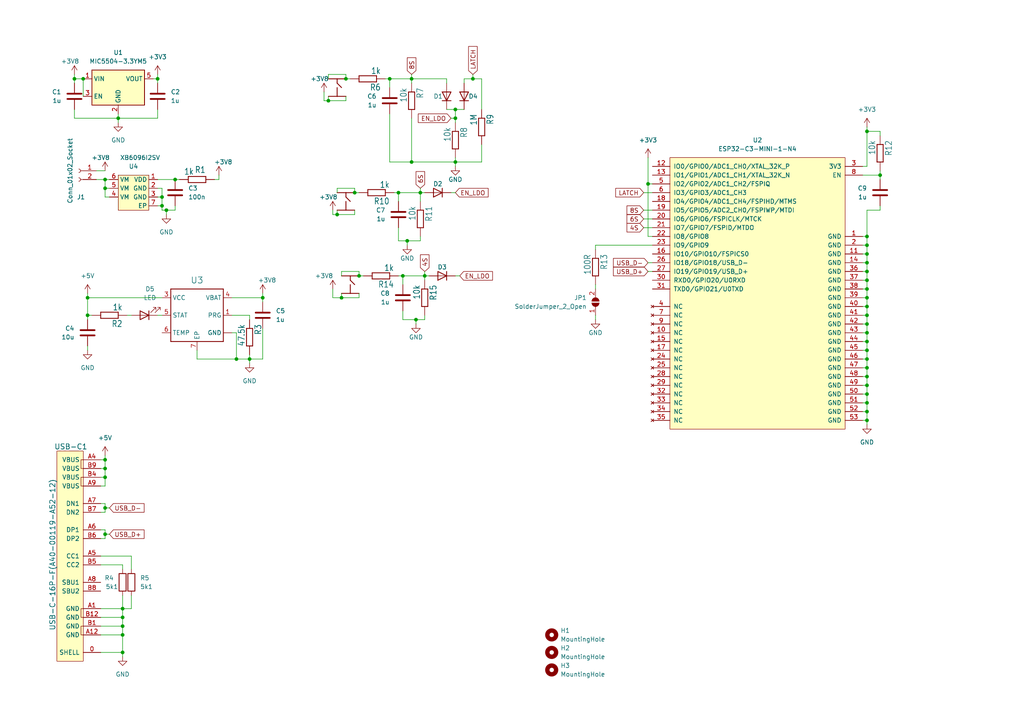
<source format=kicad_sch>
(kicad_sch (version 20230121) (generator eeschema)
  (paper "A4")
  (title_block (title "Rapid Remote") (date "2023-07-04") (rev "C") (company "Thomas Whyte-Venables") (comment 1 "Rev. C: Changed components to 0603 and added LIPO") (comment 2 "Rev. B: Changed to SOC") (comment 3 "Rev. A: Initial Commit"))
  (lib_symbols
    (symbol "+5V_2" (power) (pin_names (offset 0))
      (property "Value" "+5V_2" (at 0 3.556 0))
      (symbol "+5V_2_0_1"
        (polyline (pts (xy -0.762 1.27) (xy 0 2.54)))
        (polyline (pts (xy 0 0) (xy 0 2.54)))
        (polyline (pts (xy 0 2.54) (xy 0.762 1.27)))
      )
      (symbol "+5V_2_1_1"
        (pin power_in line (at 0 0 90) (length 0) hide (name "+5V") (number "1"))
      )
    )
    (symbol "BUTTON_4PIN_TS_1177_1"
      (symbol "BUTTON_4PIN_TS_1177_1_1_0"
        (polyline (pts (xy -2.54 0) (xy 0 0)) (stroke (width 0.254)))
        (polyline (pts (xy -2.54 5.08) (xy 0 5.08)) (stroke (width 0.254)))
        (polyline (pts (xy 0 0) (xy 2.54 0)) (stroke (width 0.254)))
        (polyline (pts (xy 0 2.54) (xy 0 0)) (stroke (width 0.254)))
        (polyline (pts (xy 0 3.81) (xy 1.27 2.54)) (stroke (width 0.254)))
        (polyline (pts (xy 0 5.08) (xy 0 3.81)) (stroke (width 0.254)))
        (polyline (pts (xy 0 5.08) (xy 2.54 5.08)) (stroke (width 0.254)))
        (pin bidirectional line (at -2.54 5.08 0) (length 0) (name "1") (number "P1"))
        (pin bidirectional line (at 2.54 5.08 0) (length 0) (name "2") (number "P2"))
        (pin bidirectional line (at -2.54 0 0) (length 0) (name "3") (number "P3"))
        (pin bidirectional line (at 2.54 0 0) (length 0) (name "4") (number "P4"))
      )
    )
    (symbol "BUTTON_4PIN_TS_1177_2"
      (symbol "BUTTON_4PIN_TS_1177_2_1_0"
        (polyline (pts (xy -2.54 0) (xy 0 0)) (stroke (width 0.254)))
        (polyline (pts (xy -2.54 5.08) (xy 0 5.08)) (stroke (width 0.254)))
        (polyline (pts (xy 0 0) (xy 2.54 0)) (stroke (width 0.254)))
        (polyline (pts (xy 0 2.54) (xy 0 0)) (stroke (width 0.254)))
        (polyline (pts (xy 0 3.81) (xy 1.27 2.54)) (stroke (width 0.254)))
        (polyline (pts (xy 0 5.08) (xy 0 3.81)) (stroke (width 0.254)))
        (polyline (pts (xy 0 5.08) (xy 2.54 5.08)) (stroke (width 0.254)))
        (pin bidirectional line (at -2.54 5.08 0) (length 0) (name "1") (number "P1"))
        (pin bidirectional line (at 2.54 5.08 0) (length 0) (name "2") (number "P2"))
        (pin bidirectional line (at -2.54 0 0) (length 0) (name "3") (number "P3"))
        (pin bidirectional line (at 2.54 0 0) (length 0) (name "4") (number "P4"))
      )
    )
    (symbol "Connector:Conn_01x02_Socket" (pin_names (offset 1.016) hide)
      (property "Reference" "J" (at 0 2.54 0))
      (property "Value" "Conn_01x02_Socket" (at 0 -5.08 0))
      (symbol "Conn_01x02_Socket_1_1"
        (arc (start 0 -2.032) (mid -0.5058 -2.54) (end 0 -3.048) (stroke (width 0.1524)))
        (polyline (pts (xy -1.27 -2.54) (xy -0.508 -2.54)) (stroke (width 0.1524)))
        (polyline (pts (xy -1.27 0) (xy -0.508 0)) (stroke (width 0.1524)))
        (arc (start 0 0.508) (mid -0.5058 0) (end 0 -0.508) (stroke (width 0.1524)))
        (pin passive line (at -5.08 0 0) (length 3.81) (name "Pin_1") (number "1"))
        (pin passive line (at -5.08 -2.54 0) (length 3.81) (name "Pin_2") (number "2"))
      )
    )
    (symbol "Device:C" (pin_numbers hide) (pin_names (offset 0.254))
      (property "Reference" "C" (at 0.635 2.54 0))
      (property "Value" "C" (at 0.635 -2.54 0))
      (symbol "C_0_1"
        (polyline (pts (xy -2.032 -0.762) (xy 2.032 -0.762)) (stroke (width 0.508)))
        (polyline (pts (xy -2.032 0.762) (xy 2.032 0.762)) (stroke (width 0.508)))
      )
      (symbol "C_1_1"
        (pin passive line (at 0 3.81 270) (length 2.794) (name "~") (number "1"))
        (pin passive line (at 0 -3.81 90) (length 2.794) (name "~") (number "2"))
      )
    )
    (symbol "Device:LED" (pin_numbers hide) (pin_names (offset 1.016) hide)
      (property "Reference" "D" (at 0 2.54 0))
      (property "Value" "LED" (at 0 -2.54 0))
      (symbol "LED_0_1"
        (polyline (pts (xy -1.27 -1.27) (xy -1.27 1.27)) (stroke (width 0.254)))
        (polyline (pts (xy -1.27 0) (xy 1.27 0)))
        (polyline (pts (xy 1.27 -1.27) (xy 1.27 1.27) (xy -1.27 0) (xy 1.27 -1.27)) (stroke (width 0.254)))
        (polyline (pts (xy -3.048 -0.762) (xy -4.572 -2.286) (xy -3.81 -2.286) (xy -4.572 -2.286) (xy -4.572 -1.524)))
        (polyline (pts (xy -1.778 -0.762) (xy -3.302 -2.286) (xy -2.54 -2.286) (xy -3.302 -2.286) (xy -3.302 -1.524)))
      )
      (symbol "LED_1_1"
        (pin passive line (at -3.81 0 0) (length 2.54) (name "K") (number "1"))
        (pin passive line (at 3.81 0 180) (length 2.54) (name "A") (number "2"))
      )
    )
    (symbol "Device:R" (pin_numbers hide) (pin_names (offset 0))
      (property "Reference" "R" (at 2.032 0 90))
      (property "Value" "R" (at 0 0 90))
      (symbol "R_0_1"
        (rectangle (start -1.016 -2.54) (end 1.016 2.54) (stroke (width 0.254)))
      )
      (symbol "R_1_1"
        (pin passive line (at 0 3.81 270) (length 1.27) (name "~") (number "1"))
        (pin passive line (at 0 -3.81 90) (length 1.27) (name "~") (number "2"))
      )
    )
    (symbol "Diode:1N4148WT" (pin_numbers hide) (pin_names hide)
      (property "Reference" "D" (at 0 2.54 0))
      (property "Value" "1N4148WT" (at 0 -2.54 0))
      (symbol "1N4148WT_0_1"
        (polyline (pts (xy -1.27 1.27) (xy -1.27 -1.27)) (stroke (width 0.254)))
        (polyline (pts (xy 1.27 0) (xy -1.27 0)))
        (polyline (pts (xy 1.27 1.27) (xy 1.27 -1.27) (xy -1.27 0) (xy 1.27 1.27)) (stroke (width 0.254)))
      )
      (symbol "1N4148WT_1_1"
        (pin passive line (at -3.81 0 0) (length 2.54) (name "K") (number "1"))
        (pin passive line (at 3.81 0 180) (length 2.54) (name "A") (number "2"))
      )
    )
    (symbol "GND_2" (power) (pin_names (offset 0))
      (property "Value" "GND_2" (at 0 -3.81 0))
      (symbol "GND_2_0_1"
        (polyline (pts (xy 0 0) (xy 0 -1.27) (xy 1.27 -1.27) (xy 0 -2.54) (xy -1.27 -1.27) (xy 0 -1.27)))
      )
      (symbol "GND_2_1_1"
        (pin power_in line (at 0 0 270) (length 0) hide (name "GND") (number "1"))
      )
    )
    (symbol "GND_3" (power) (pin_names (offset 0))
      (property "Value" "GND_3" (at 0 -3.81 0))
      (symbol "GND_3_0_1"
        (polyline (pts (xy 0 0) (xy 0 -1.27) (xy 1.27 -1.27) (xy 0 -2.54) (xy -1.27 -1.27) (xy 0 -1.27)))
      )
      (symbol "GND_3_1_1"
        (pin power_in line (at 0 0 270) (length 0) hide (name "GND") (number "1"))
      )
    )
    (symbol "Jumper:SolderJumper_2_Open" (pin_names (offset 0) hide)
      (property "Reference" "JP" (at 0 2.032 0))
      (property "Value" "SolderJumper_2_Open" (at 0 -2.54 0))
      (symbol "SolderJumper_2_Open_0_1"
        (arc (start -0.254 1.016) (mid -1.2656 0) (end -0.254 -1.016))
        (arc (start -0.254 1.016) (mid -1.2656 0) (end -0.254 -1.016) (fill (type outline)))
        (polyline (pts (xy -0.254 1.016) (xy -0.254 -1.016)))
        (polyline (pts (xy 0.254 1.016) (xy 0.254 -1.016)))
        (arc (start 0.254 -1.016) (mid 1.2656 0) (end 0.254 1.016))
        (arc (start 0.254 -1.016) (mid 1.2656 0) (end 0.254 1.016) (fill (type outline)))
      )
      (symbol "SolderJumper_2_Open_1_1"
        (pin passive line (at -3.81 0 0) (length 2.54) (name "A") (number "1"))
        (pin passive line (at 3.81 0 180) (length 2.54) (name "B") (number "2"))
      )
    )
    (symbol "Mechanical:MountingHole" (pin_names (offset 1.016))
      (property "Reference" "H" (at 0 5.08 0))
      (property "Value" "MountingHole" (at 0 3.175 0))
      (symbol "MountingHole_0_1"
        (circle (center 0 0) (radius 1.27) (stroke (width 1.27)))
      )
    )
    (symbol "Regulator_Linear:MIC5504-3.3YM5"
      (property "Reference" "U" (at -7.62 8.89 0))
      (property "Value" "MIC5504-3.3YM5" (at -7.62 6.35 0))
      (symbol "MIC5504-3.3YM5_0_1"
        (rectangle (start -7.62 -5.08) (end 7.62 5.08) (stroke (width 0.254)) (fill (type background)))
      )
      (symbol "MIC5504-3.3YM5_1_1"
        (pin power_in line (at -10.16 2.54 0) (length 2.54) (name "VIN") (number "1"))
        (pin power_in line (at 0 -7.62 90) (length 2.54) (name "GND") (number "2"))
        (pin input line (at -10.16 -2.54 0) (length 2.54) (name "EN") (number "3"))
        (pin no_connect line (at 7.62 -2.54 180) (length 2.54) hide (name "NC") (number "4"))
        (pin power_out line (at 10.16 2.54 180) (length 2.54) (name "VOUT") (number "5"))
      )
    )
    (symbol "personal2:BUTTON_4PIN_TS_1177"
      (symbol "BUTTON_4PIN_TS_1177_1_0"
        (polyline (pts (xy -2.54 0) (xy 0 0)) (stroke (width 0.254)))
        (polyline (pts (xy -2.54 5.08) (xy 0 5.08)) (stroke (width 0.254)))
        (polyline (pts (xy 0 0) (xy 2.54 0)) (stroke (width 0.254)))
        (polyline (pts (xy 0 2.54) (xy 0 0)) (stroke (width 0.254)))
        (polyline (pts (xy 0 3.81) (xy 1.27 2.54)) (stroke (width 0.254)))
        (polyline (pts (xy 0 5.08) (xy 0 3.81)) (stroke (width 0.254)))
        (polyline (pts (xy 0 5.08) (xy 2.54 5.08)) (stroke (width 0.254)))
        (pin bidirectional line (at -2.54 5.08 0) (length 0) (name "1") (number "P1"))
        (pin bidirectional line (at 2.54 5.08 0) (length 0) (name "2") (number "P2"))
        (pin bidirectional line (at -2.54 0 0) (length 0) (name "3") (number "P3"))
        (pin bidirectional line (at 2.54 0 0) (length 0) (name "4") (number "P4"))
      )
    )
    (symbol "personal2:ESP32-­C3-­MINI­-1" (pin_names (offset 1.016))
      (property "Reference" "U3" (at 25.4 2.54 0))
      (property "Value" "ESP32-C3-MINI-1-N4" (at 25.4 -81.28 0))
      (symbol "ESP32-­C3-­MINI­-1_0_1"
        (rectangle (start 0 0) (end 50.8 -78.74) (fill (type background)))
      )
      (symbol "ESP32-­C3-­MINI­-1_1_1"
        (pin power_in line (at 55.88 -22.86 180) (length 5.08) (name "GND") (number "1"))
        (pin no_connect line (at -5.08 -50.8 0) (length 5.08) (name "NC") (number "10"))
        (pin power_in line (at 55.88 -27.94 180) (length 5.08) (name "GND") (number "11"))
        (pin bidirectional line (at -5.08 -2.54 0) (length 5.08) (name "IO0/GPIO0/ADC1_CH0/XTAL_32K_P") (number "12"))
        (pin bidirectional line (at -5.08 -5.08 0) (length 5.08) (name "IO1/GPIO1/ADC1_CH1/XTAL_32K_N") (number "13"))
        (pin power_in line (at 55.88 -30.48 180) (length 5.08) (name "GND") (number "14"))
        (pin no_connect line (at -5.08 -53.34 0) (length 5.08) (name "NC") (number "15"))
        (pin bidirectional line (at -5.08 -27.94 0) (length 5.08) (name "IO10/GPIO10/FSPICS0") (number "16"))
        (pin no_connect line (at -5.08 -55.88 0) (length 5.08) (name "NC") (number "17"))
        (pin bidirectional line (at -5.08 -12.7 0) (length 5.08) (name "IO4/GPIO4/ADC1_CH4/FSPIHD/MTMS") (number "18"))
        (pin bidirectional line (at -5.08 -15.24 0) (length 5.08) (name "IO5/GPIO5/ADC2_CH0/FSPIWP/MTDI") (number "19"))
        (pin power_in line (at 55.88 -25.4 180) (length 5.08) (name "GND") (number "2"))
        (pin bidirectional line (at -5.08 -17.78 0) (length 5.08) (name "IO6/GPIO6/FSPICLK/MTCK") (number "20"))
        (pin bidirectional line (at -5.08 -20.32 0) (length 5.08) (name "IO7/GPIO7/FSPID/MTDO") (number "21"))
        (pin bidirectional line (at -5.08 -22.86 0) (length 5.08) (name "IO8/GPIO8") (number "22"))
        (pin bidirectional line (at -5.08 -25.4 0) (length 5.08) (name "IO9/GPIO9") (number "23"))
        (pin no_connect line (at -5.08 -58.42 0) (length 5.08) (name "NC") (number "24"))
        (pin no_connect line (at -5.08 -60.96 0) (length 5.08) (name "NC") (number "25"))
        (pin bidirectional line (at -5.08 -30.48 0) (length 5.08) (name "IO18/GPIO18/USB_D-") (number "26"))
        (pin bidirectional line (at -5.08 -33.02 0) (length 5.08) (name "IO19/GPIO19/USB_D+") (number "27"))
        (pin no_connect line (at -5.08 -63.5 0) (length 5.08) (name "NC") (number "28"))
        (pin no_connect line (at -5.08 -66.04 0) (length 5.08) (name "NC") (number "29"))
        (pin power_in line (at 55.88 -2.54 180) (length 5.08) (name "3V3") (number "3"))
        (pin bidirectional line (at -5.08 -35.56 0) (length 5.08) (name "RXD0/GPIO20/U0RXD") (number "30"))
        (pin bidirectional line (at -5.08 -38.1 0) (length 5.08) (name "TXD0/GPIO21/U0TXD") (number "31"))
        (pin no_connect line (at -5.08 -68.58 0) (length 5.08) (name "NC") (number "32"))
        (pin no_connect line (at -5.08 -71.12 0) (length 5.08) (name "NC") (number "33"))
        (pin no_connect line (at -5.08 -73.66 0) (length 5.08) (name "NC") (number "34"))
        (pin no_connect line (at -5.08 -76.2 0) (length 5.08) (name "NC") (number "35"))
        (pin power_in line (at 55.88 -33.02 180) (length 5.08) (name "GND") (number "36"))
        (pin power_in line (at 55.88 -35.56 180) (length 5.08) (name "GND") (number "37"))
        (pin power_in line (at 55.88 -38.1 180) (length 5.08) (name "GND") (number "38"))
        (pin power_in line (at 55.88 -40.64 180) (length 5.08) (name "GND") (number "39"))
        (pin no_connect line (at -5.08 -43.18 0) (length 5.08) (name "NC") (number "4"))
        (pin power_in line (at 55.88 -43.18 180) (length 5.08) (name "GND") (number "40"))
        (pin power_in line (at 55.88 -45.72 180) (length 5.08) (name "GND") (number "41"))
        (pin power_in line (at 55.88 -48.26 180) (length 5.08) (name "GND") (number "42"))
        (pin power_in line (at 55.88 -50.8 180) (length 5.08) (name "GND") (number "43"))
        (pin power_in line (at 55.88 -53.34 180) (length 5.08) (name "GND") (number "44"))
        (pin power_in line (at 55.88 -55.88 180) (length 5.08) (name "GND") (number "45"))
        (pin power_in line (at 55.88 -58.42 180) (length 5.08) (name "GND") (number "46"))
        (pin power_in line (at 55.88 -60.96 180) (length 5.08) (name "GND") (number "47"))
        (pin power_in line (at 55.88 -63.5 180) (length 5.08) (name "GND") (number "48"))
        (pin power_in line (at 55.88 -66.04 180) (length 5.08) (name "GND") (number "49"))
        (pin bidirectional line (at -5.08 -7.62 0) (length 5.08) (name "IO2/GPIO2/ADC1_CH2/FSPIQ") (number "5"))
        (pin power_in line (at 55.88 -68.58 180) (length 5.08) (name "GND") (number "50"))
        (pin power_in line (at 55.88 -71.12 180) (length 5.08) (name "GND") (number "51"))
        (pin power_in line (at 55.88 -73.66 180) (length 5.08) (name "GND") (number "52"))
        (pin power_in line (at 55.88 -76.2 180) (length 5.08) (name "GND") (number "53"))
        (pin bidirectional line (at -5.08 -10.16 0) (length 5.08) (name "IO3/GPIO3/ADC1_CH3") (number "6"))
        (pin no_connect line (at -5.08 -45.72 0) (length 5.08) (name "NC") (number "7"))
        (pin input line (at 55.88 -5.08 180) (length 5.08) (name "EN") (number "8"))
        (pin no_connect line (at -5.08 -48.26 0) (length 5.08) (name "NC") (number "9"))
      )
    )
    (symbol "personal2:USB2.0_TYPE-C(A40-00119-A52-12)" (pin_names (offset 1.016))
      (property "Reference" "USB-C1" (at -5.08 33.02 0))
      (property "Value" "USB-C-16P-F(A40-00119-A52-12)" (at 7.62 -22.86 90))
      (symbol "USB2.0_TYPE-C(A40-00119-A52-12)_0_1"
        (rectangle (start -2.54 30.48) (end 5.08 -30.48) (fill (type background)))
        (polyline (pts (xy -2.54 -20.32) (xy -1.905 -20.32) (xy -1.905 -22.86) (xy -2.54 -22.86)))
        (polyline (pts (xy -2.54 -15.24) (xy -1.905 -15.24) (xy -1.905 -17.78) (xy -2.54 -17.78)))
        (polyline (pts (xy -2.54 22.86) (xy -1.905 22.86) (xy -1.905 20.32) (xy -2.54 20.32)))
        (polyline (pts (xy -2.54 27.94) (xy -1.905 27.94) (xy -1.905 25.4) (xy -2.54 25.4)))
      )
      (symbol "USB2.0_TYPE-C(A40-00119-A52-12)_1_1"
        (pin passive line (at -7.62 -27.94 0) (length 5.08) (name "SHELL") (number "0"))
        (pin power_in line (at -7.62 -15.24 0) (length 5.08) (name "GND") (number "A1"))
        (pin power_in line (at -7.62 -22.86 0) (length 5.08) (name "GND") (number "A12"))
        (pin power_in line (at -7.62 27.94 0) (length 5.08) (name "VBUS") (number "A4"))
        (pin input line (at -7.62 0 0) (length 5.08) (name "CC1") (number "A5"))
        (pin bidirectional line (at -7.62 7.62 0) (length 5.08) (name "DP1") (number "A6"))
        (pin bidirectional line (at -7.62 15.24 0) (length 5.08) (name "DN1") (number "A7"))
        (pin bidirectional line (at -7.62 -7.62 0) (length 5.08) (name "SBU1") (number "A8"))
        (pin power_in line (at -7.62 20.32 0) (length 5.08) (name "VBUS") (number "A9"))
        (pin power_in line (at -7.62 -20.32 0) (length 5.08) (name "GND") (number "B1"))
        (pin power_in line (at -7.62 -17.78 0) (length 5.08) (name "GND") (number "B12"))
        (pin power_in line (at -7.62 22.86 0) (length 5.08) (name "VBUS") (number "B4"))
        (pin input line (at -7.62 -2.54 0) (length 5.08) (name "CC2") (number "B5"))
        (pin bidirectional line (at -7.62 5.08 0) (length 5.08) (name "DP2") (number "B6"))
        (pin bidirectional line (at -7.62 12.7 0) (length 5.08) (name "DN2") (number "B7"))
        (pin bidirectional line (at -7.62 -10.16 0) (length 5.08) (name "SBU2") (number "B8"))
        (pin power_in line (at -7.62 25.4 0) (length 5.08) (name "VBUS") (number "B9"))
      )
    )
    (symbol "personal2:XB6096I2SV_"
      (property "Reference" "U" (at -3.81 5.08 0))
      (symbol "XB6096I2SV__1_1"
        (rectangle (start -5.08 2.54) (end 3.81 -7.62) (fill (type background)))
        (pin input line (at -7.62 1.27 0) (length 2.54) (name "VDD") (number "1"))
        (pin input line (at -7.62 -1.27 0) (length 2.54) (name "GND") (number "2"))
        (pin input line (at -7.62 -3.81 0) (length 2.54) (name "GND") (number "3"))
        (pin input line (at 6.35 -3.81 180) (length 2.54) (name "VM") (number "4"))
        (pin input line (at 6.35 -1.27 180) (length 2.54) (name "VM") (number "5"))
        (pin input line (at 6.35 1.27 180) (length 2.54) (name "VM") (number "6"))
        (pin input line (at -7.62 -6.35 0) (length 2.54) (name "EP") (number "7"))
      )
    )
    (symbol "picoclick_c3_v1.1-eagle-import:moekoe_ics_WS4518D"
      (property "Reference" "U3" (at 0 10.16 0))
      (symbol "moekoe_ics_WS4518D_1_0"
        (polyline (pts (xy -7.62 -7.62) (xy -7.62 7.62)) (stroke (width 0.254)))
        (polyline (pts (xy -7.62 7.62) (xy 7.62 7.62)) (stroke (width 0.254)) (fill (type background)))
        (polyline (pts (xy 7.62 -7.62) (xy -7.62 -7.62)) (stroke (width 0.254)))
        (polyline (pts (xy 7.62 7.62) (xy 7.62 -7.62)) (stroke (width 0.254)))
        (pin bidirectional line (at 10.16 0 180) (length 2.54) (name "PRG") (number "1"))
        (pin bidirectional line (at 10.16 -5.08 180) (length 2.54) (name "GND") (number "2"))
        (pin bidirectional line (at -10.16 5.08 0) (length 2.54) (name "VCC") (number "3"))
        (pin bidirectional line (at 10.16 5.08 180) (length 2.54) (name "VBAT") (number "4"))
        (pin bidirectional line (at -10.16 0 0) (length 2.54) (name "STAT") (number "5"))
        (pin bidirectional line (at -10.16 -5.08 0) (length 2.54) (name "TEMP") (number "6"))
        (pin bidirectional line (at 10.16 -5.08 180) (length 2.54) (name "GND") (number "EXP"))
      )
      (symbol "moekoe_ics_WS4518D_1_1"
        (pin input line (at 0 -10.16 90) (length 2.54) (name "EP") (number "7"))
      )
    )
    (symbol "picoclick_c3_v1.1-eagle-import:moekoe_rcl_R0402"
      (property "Reference" "R" (at -3.81 1.4986 0))
      (symbol "moekoe_rcl_R0402_1_0"
        (polyline (pts (xy -2.54 -0.889) (xy -2.54 0.889)) (stroke (width 0.254)))
        (polyline (pts (xy -2.54 -0.889) (xy 2.54 -0.889)) (stroke (width 0.254)))
        (polyline (pts (xy 2.54 -0.889) (xy 2.54 0.889)) (stroke (width 0.254)))
        (polyline (pts (xy 2.54 0.889) (xy -2.54 0.889)) (stroke (width 0.254)))
        (pin passive line (at -5.08 0 0) (length 2.54) (name "1") (number "1"))
        (pin passive line (at 5.08 0 180) (length 2.54) (name "2") (number "2"))
      )
    )
    (symbol "power:+3V3" (power) (pin_names (offset 0))
      (property "Value" "+3V3" (at 0 3.556 0))
      (symbol "+3V3_0_1"
        (polyline (pts (xy -0.762 1.27) (xy 0 2.54)))
        (polyline (pts (xy 0 0) (xy 0 2.54)))
        (polyline (pts (xy 0 2.54) (xy 0.762 1.27)))
      )
      (symbol "+3V3_1_1"
        (pin power_in line (at 0 0 90) (length 0) hide (name "+3V3") (number "1"))
      )
    )
    (symbol "power:+3V8" (power) (pin_names (offset 0))
      (property "Value" "+3V8" (at 0 3.556 0))
      (symbol "+3V8_0_1"
        (polyline (pts (xy -0.762 1.27) (xy 0 2.54)))
        (polyline (pts (xy 0 0) (xy 0 2.54)))
        (polyline (pts (xy 0 2.54) (xy 0.762 1.27)))
      )
      (symbol "+3V8_1_1"
        (pin power_in line (at 0 0 90) (length 0) hide (name "+3V8") (number "1"))
      )
    )
    (symbol "power:GND" (power) (pin_names (offset 0))
      (property "Value" "GND" (at 0 -3.81 0))
      (symbol "GND_0_1"
        (polyline (pts (xy 0 0) (xy 0 -1.27) (xy 1.27 -1.27) (xy 0 -2.54) (xy -1.27 -1.27) (xy 0 -1.27)))
      )
      (symbol "GND_1_1"
        (pin power_in line (at 0 0 270) (length 0) hide (name "GND") (number "1"))
      )
    )
  )
  (junction (at 251.46 116.84))
  (junction (at 251.46 76.2))
  (junction (at 46.99 59.69))
  (junction (at 118.11 69.85))
  (junction (at 251.46 83.82))
  (junction (at 50.8 52.07))
  (junction (at 251.46 111.76))
  (junction (at 121.92 55.88))
  (junction (at 251.46 71.12))
  (junction (at 251.46 114.3))
  (junction (at 25.4 91.44))
  (junction (at 115.57 55.88))
  (junction (at 35.56 179.07))
  (junction (at 113.03 22.86))
  (junction (at 48.26 60.96))
  (junction (at 21.59 22.86))
  (junction (at 132.08 46.99))
  (junction (at 35.56 184.15))
  (junction (at 72.39 104.14))
  (junction (at 251.46 68.58))
  (junction (at 187.96 53.34))
  (junction (at 132.08 31.75))
  (junction (at 132.08 34.29))
  (junction (at 251.46 104.14))
  (junction (at 251.46 121.92))
  (junction (at 251.46 91.44))
  (junction (at 251.46 81.28))
  (junction (at 251.46 101.6))
  (junction (at 251.46 96.52))
  (junction (at 100.33 22.86))
  (junction (at 30.48 133.35))
  (junction (at 116.84 80.01))
  (junction (at 255.27 50.8))
  (junction (at 119.38 46.99))
  (junction (at 35.56 176.53))
  (junction (at 68.58 104.14))
  (junction (at 251.46 119.38))
  (junction (at 251.46 78.74))
  (junction (at 46.99 57.15))
  (junction (at 251.46 109.22))
  (junction (at 119.38 22.86))
  (junction (at 120.65 92.71))
  (junction (at 123.19 80.01))
  (junction (at 99.06 86.36))
  (junction (at 25.4 86.36))
  (junction (at 251.46 106.68))
  (junction (at 97.79 62.23))
  (junction (at 102.87 55.88))
  (junction (at 251.46 88.9))
  (junction (at 34.29 34.29))
  (junction (at 35.56 181.61))
  (junction (at 24.13 22.86))
  (junction (at 251.46 99.06))
  (junction (at 76.2 86.36))
  (junction (at 251.46 73.66))
  (junction (at 137.16 22.86))
  (junction (at 251.46 38.1))
  (junction (at 30.48 52.07))
  (junction (at 30.48 54.61))
  (junction (at 95.25 29.21))
  (junction (at 45.72 22.86))
  (junction (at 30.48 154.94))
  (junction (at 35.56 189.23))
  (junction (at 30.48 147.32))
  (junction (at 251.46 86.36))
  (junction (at 104.14 80.01))
  (junction (at 30.48 135.89))
  (junction (at 251.46 93.98))
  (junction (at 30.48 138.43))
  (wire (pts (xy 250.19 83.82) (xy 251.46 83.82)))
  (wire (pts (xy 113.03 33.02) (xy 113.03 46.99)) (stroke (width 0.1524)))
  (wire (pts (xy 46.99 60.96) (xy 48.26 60.96)))
  (wire (pts (xy 30.48 135.89) (xy 30.48 138.43)))
  (wire (pts (xy 46.99 91.44) (xy 45.72 91.44)) (stroke (width 0.1524)))
  (wire (pts (xy 67.31 86.36) (xy 76.2 86.36)) (stroke (width 0.1524)))
  (wire (pts (xy 97.79 55.88) (xy 97.79 54.61)))
  (wire (pts (xy 72.39 104.14) (xy 72.39 105.41)) (stroke (width 0.1524)))
  (wire (pts (xy 187.96 78.74) (xy 189.23 78.74)))
  (wire (pts (xy 96.52 62.23) (xy 97.79 62.23)) (stroke (width 0.1524)))
  (wire (pts (xy 45.72 34.29) (xy 34.29 34.29)))
  (wire (pts (xy 250.19 48.26) (xy 251.46 48.26)))
  (wire (pts (xy 26.67 91.44) (xy 25.4 91.44)) (stroke (width 0.1524)))
  (wire (pts (xy 132.08 46.99) (xy 132.08 48.26)) (stroke (width 0.1524)))
  (wire (pts (xy 30.48 154.94) (xy 30.48 156.21)))
  (wire (pts (xy 116.84 82.55) (xy 116.84 80.01)) (stroke (width 0.1524)))
  (wire (pts (xy 186.69 66.04) (xy 189.23 66.04)))
  (wire (pts (xy 24.13 22.86) (xy 21.59 22.86)))
  (wire (pts (xy 30.48 57.15) (xy 30.48 54.61)))
  (wire (pts (xy 25.4 100.33) (xy 25.4 101.6)) (stroke (width 0.1524)))
  (wire (pts (xy 116.84 80.01) (xy 123.19 80.01)) (stroke (width 0.1524)))
  (wire (pts (xy 113.03 22.86) (xy 119.38 22.86)) (stroke (width 0.1524)))
  (wire (pts (xy 63.5 52.07) (xy 63.5 50.8)))
  (wire (pts (xy 100.33 22.86) (xy 101.6 22.86)))
  (wire (pts (xy 115.57 80.01) (xy 116.84 80.01)))
  (wire (pts (xy 30.48 147.32) (xy 30.48 148.59)))
  (wire (pts (xy 250.19 73.66) (xy 251.46 73.66)))
  (wire (pts (xy 93.98 29.21) (xy 95.25 29.21)) (stroke (width 0.1524)))
  (wire (pts (xy 119.38 22.86) (xy 119.38 24.13)) (stroke (width 0.1524)))
  (wire (pts (xy 120.65 92.71) (xy 123.19 92.71)) (stroke (width 0.1524)))
  (wire (pts (xy 115.57 66.04) (xy 115.57 69.85)) (stroke (width 0.1524)))
  (wire (pts (xy 95.25 21.59) (xy 100.33 21.59)))
  (wire (pts (xy 250.19 119.38) (xy 251.46 119.38)))
  (wire (pts (xy 102.87 62.23) (xy 102.87 60.96)) (stroke (width 0.1524)))
  (wire (pts (xy 132.08 80.01) (xy 133.35 80.01)) (stroke (width 0.1524)))
  (wire (pts (xy 120.65 92.71) (xy 120.65 93.98)) (stroke (width 0.1524)))
  (wire (pts (xy 118.11 69.85) (xy 121.92 69.85)) (stroke (width 0.1524)))
  (wire (pts (xy 29.21 156.21) (xy 30.48 156.21)))
  (wire (pts (xy 186.69 55.88) (xy 189.23 55.88)))
  (wire (pts (xy 95.25 29.21) (xy 95.25 27.94)) (stroke (width 0.1524)))
  (wire (pts (xy 119.38 22.86) (xy 129.54 22.86)) (stroke (width 0.1524)))
  (wire (pts (xy 29.21 135.89) (xy 30.48 135.89)))
  (wire (pts (xy 251.46 78.74) (xy 251.46 81.28)))
  (wire (pts (xy 27.94 49.53) (xy 30.48 49.53)))
  (wire (pts (xy 72.39 91.44) (xy 72.39 92.71)) (stroke (width 0.1524)))
  (wire (pts (xy 132.08 31.75) (xy 132.08 34.29)))
  (wire (pts (xy 186.69 63.5) (xy 189.23 63.5)))
  (wire (pts (xy 251.46 93.98) (xy 251.46 96.52)))
  (wire (pts (xy 251.46 96.52) (xy 251.46 99.06)))
  (wire (pts (xy 187.96 76.2) (xy 189.23 76.2)))
  (wire (pts (xy 99.06 86.36) (xy 99.06 85.09)) (stroke (width 0.1524)))
  (wire (pts (xy 102.87 55.88) (xy 104.14 55.88)))
  (wire (pts (xy 187.96 53.34) (xy 187.96 68.58)))
  (wire (pts (xy 76.2 86.36) (xy 76.2 85.09)) (stroke (width 0.1524)))
  (wire (pts (xy 35.56 189.23) (xy 35.56 184.15)))
  (wire (pts (xy 251.46 83.82) (xy 251.46 86.36)))
  (wire (pts (xy 187.96 53.34) (xy 189.23 53.34)))
  (wire (pts (xy 139.7 22.86) (xy 139.7 31.75)))
  (wire (pts (xy 251.46 38.1) (xy 255.27 38.1)))
  (wire (pts (xy 130.81 55.88) (xy 132.08 55.88)) (stroke (width 0.1524)))
  (wire (pts (xy 251.46 38.1) (xy 251.46 48.26)))
  (wire (pts (xy 76.2 95.25) (xy 76.2 104.14)) (stroke (width 0.1524)))
  (wire (pts (xy 99.06 78.74) (xy 104.14 78.74)))
  (wire (pts (xy 76.2 86.36) (xy 76.2 87.63)) (stroke (width 0.1524)))
  (wire (pts (xy 96.52 86.36) (xy 99.06 86.36)) (stroke (width 0.1524)))
  (wire (pts (xy 251.46 91.44) (xy 251.46 93.98)))
  (wire (pts (xy 29.21 146.05) (xy 30.48 146.05)))
  (wire (pts (xy 29.21 140.97) (xy 30.48 140.97)))
  (wire (pts (xy 250.19 76.2) (xy 251.46 76.2)))
  (wire (pts (xy 115.57 55.88) (xy 121.92 55.88)) (stroke (width 0.1524)))
  (wire (pts (xy 35.56 172.72) (xy 35.56 176.53)))
  (wire (pts (xy 38.1 176.53) (xy 35.56 176.53)))
  (wire (pts (xy 251.46 68.58) (xy 251.46 71.12)))
  (wire (pts (xy 129.54 24.13) (xy 129.54 22.86)) (stroke (width 0.1524)))
  (wire (pts (xy 251.46 76.2) (xy 251.46 78.74)))
  (wire (pts (xy 187.96 45.72) (xy 187.96 53.34)))
  (wire (pts (xy 29.21 153.67) (xy 30.48 153.67)))
  (wire (pts (xy 123.19 80.01) (xy 123.19 81.28)) (stroke (width 0.1524)))
  (wire (pts (xy 45.72 22.86) (xy 45.72 24.13)))
  (wire (pts (xy 30.48 52.07) (xy 30.48 54.61)))
  (wire (pts (xy 255.27 60.96) (xy 251.46 60.96)))
  (wire (pts (xy 67.31 96.52) (xy 68.58 96.52)) (stroke (width 0.1524)))
  (wire (pts (xy 250.19 78.74) (xy 251.46 78.74)))
  (wire (pts (xy 21.59 22.86) (xy 21.59 24.13)))
  (wire (pts (xy 35.56 181.61) (xy 35.56 179.07)))
  (wire (pts (xy 30.48 52.07) (xy 31.75 52.07)))
  (wire (pts (xy 45.72 57.15) (xy 46.99 57.15)))
  (wire (pts (xy 35.56 189.23) (xy 35.56 190.5)))
  (wire (pts (xy 111.76 22.86) (xy 113.03 22.86)))
  (wire (pts (xy 255.27 59.69) (xy 255.27 60.96)))
  (wire (pts (xy 123.19 92.71) (xy 123.19 91.44)) (stroke (width 0.1524)))
  (wire (pts (xy 38.1 91.44) (xy 36.83 91.44)) (stroke (width 0.1524)))
  (wire (pts (xy 104.14 80.01) (xy 105.41 80.01)))
  (wire (pts (xy 96.52 60.96) (xy 96.52 62.23)) (stroke (width 0.1524)))
  (wire (pts (xy 99.06 86.36) (xy 104.14 86.36)) (stroke (width 0.1524)))
  (wire (pts (xy 139.7 46.99) (xy 132.08 46.99)))
  (wire (pts (xy 29.21 181.61) (xy 35.56 181.61)))
  (wire (pts (xy 255.27 50.8) (xy 255.27 52.07)))
  (wire (pts (xy 114.3 55.88) (xy 115.57 55.88)))
  (wire (pts (xy 251.46 111.76) (xy 251.46 114.3)))
  (wire (pts (xy 119.38 21.59) (xy 119.38 22.86)) (stroke (width 0.1524)))
  (wire (pts (xy 44.45 22.86) (xy 45.72 22.86)))
  (wire (pts (xy 100.33 29.21) (xy 100.33 27.94)) (stroke (width 0.1524)))
  (wire (pts (xy 134.62 22.86) (xy 134.62 24.13)) (stroke (width 0.1524)))
  (wire (pts (xy 97.79 62.23) (xy 97.79 60.96)) (stroke (width 0.1524)))
  (wire (pts (xy 250.19 88.9) (xy 251.46 88.9)))
  (wire (pts (xy 35.56 184.15) (xy 35.56 181.61)))
  (wire (pts (xy 48.26 60.96) (xy 50.8 60.96)))
  (wire (pts (xy 139.7 41.91) (xy 139.7 46.99)))
  (wire (pts (xy 99.06 80.01) (xy 99.06 78.74)))
  (wire (pts (xy 29.21 184.15) (xy 35.56 184.15)))
  (wire (pts (xy 118.11 69.85) (xy 118.11 71.12)) (stroke (width 0.1524)))
  (wire (pts (xy 57.15 101.6) (xy 57.15 104.14)))
  (wire (pts (xy 255.27 38.1) (xy 255.27 39.37)))
  (wire (pts (xy 123.19 80.01) (xy 124.46 80.01)))
  (wire (pts (xy 251.46 71.12) (xy 251.46 73.66)))
  (wire (pts (xy 250.19 111.76) (xy 251.46 111.76)))
  (wire (pts (xy 251.46 81.28) (xy 251.46 83.82)))
  (wire (pts (xy 31.75 57.15) (xy 30.48 57.15)))
  (wire (pts (xy 186.69 60.96) (xy 189.23 60.96)))
  (wire (pts (xy 102.87 54.61) (xy 102.87 55.88)))
  (wire (pts (xy 123.19 78.74) (xy 123.19 80.01)) (stroke (width 0.1524)))
  (wire (pts (xy 21.59 31.75) (xy 21.59 34.29)))
  (wire (pts (xy 250.19 109.22) (xy 251.46 109.22)))
  (wire (pts (xy 139.7 22.86) (xy 137.16 22.86)) (stroke (width 0.1524)))
  (wire (pts (xy 25.4 91.44) (xy 25.4 92.71)) (stroke (width 0.1524)))
  (wire (pts (xy 21.59 22.86) (xy 21.59 21.59)))
  (wire (pts (xy 21.59 34.29) (xy 34.29 34.29)))
  (wire (pts (xy 29.21 189.23) (xy 35.56 189.23)))
  (wire (pts (xy 251.46 101.6) (xy 251.46 104.14)))
  (wire (pts (xy 250.19 91.44) (xy 251.46 91.44)))
  (wire (pts (xy 31.75 54.61) (xy 30.48 54.61)))
  (wire (pts (xy 116.84 90.17) (xy 116.84 92.71)) (stroke (width 0.1524)))
  (wire (pts (xy 24.13 27.94) (xy 24.13 22.86)))
  (wire (pts (xy 45.72 31.75) (xy 45.72 34.29)))
  (wire (pts (xy 29.21 133.35) (xy 30.48 133.35)))
  (wire (pts (xy 119.38 34.29) (xy 119.38 46.99)) (stroke (width 0.1524)))
  (wire (pts (xy 30.48 138.43) (xy 29.21 138.43)))
  (wire (pts (xy 35.56 179.07) (xy 35.56 176.53)))
  (wire (pts (xy 38.1 161.29) (xy 38.1 165.1)))
  (wire (pts (xy 25.4 86.36) (xy 46.99 86.36)) (stroke (width 0.1524)))
  (wire (pts (xy 115.57 69.85) (xy 118.11 69.85)) (stroke (width 0.1524)))
  (wire (pts (xy 250.19 114.3) (xy 251.46 114.3)))
  (wire (pts (xy 35.56 165.1) (xy 35.56 163.83)))
  (wire (pts (xy 250.19 121.92) (xy 251.46 121.92)))
  (wire (pts (xy 52.07 52.07) (xy 50.8 52.07)))
  (wire (pts (xy 72.39 104.14) (xy 76.2 104.14)) (stroke (width 0.1524)))
  (wire (pts (xy 93.98 26.67) (xy 93.98 29.21)) (stroke (width 0.1524)))
  (wire (pts (xy 27.94 52.07) (xy 30.48 52.07)))
  (wire (pts (xy 34.29 33.02) (xy 34.29 34.29)))
  (wire (pts (xy 45.72 59.69) (xy 46.99 59.69)))
  (wire (pts (xy 72.39 102.87) (xy 72.39 104.14)) (stroke (width 0.1524)))
  (wire (pts (xy 100.33 21.59) (xy 100.33 22.86)))
  (wire (pts (xy 46.99 59.69) (xy 46.99 60.96)))
  (wire (pts (xy 137.16 22.86) (xy 134.62 22.86)) (stroke (width 0.1524)))
  (wire (pts (xy 30.48 133.35) (xy 30.48 135.89)))
  (wire (pts (xy 121.92 54.61) (xy 121.92 55.88)) (stroke (width 0.1524)))
  (wire (pts (xy 29.21 179.07) (xy 35.56 179.07)))
  (wire (pts (xy 46.99 59.69) (xy 46.99 57.15)))
  (wire (pts (xy 95.25 29.21) (xy 100.33 29.21)) (stroke (width 0.1524)))
  (wire (pts (xy 67.31 91.44) (xy 72.39 91.44)) (stroke (width 0.1524)))
  (wire (pts (xy 63.5 52.07) (xy 62.23 52.07)))
  (wire (pts (xy 97.79 54.61) (xy 102.87 54.61)))
  (wire (pts (xy 250.19 81.28) (xy 251.46 81.28)))
  (wire (pts (xy 187.96 68.58) (xy 189.23 68.58)))
  (wire (pts (xy 255.27 49.53) (xy 255.27 50.8)))
  (wire (pts (xy 250.19 86.36) (xy 251.46 86.36)))
  (wire (pts (xy 29.21 161.29) (xy 38.1 161.29)))
  (wire (pts (xy 25.4 86.36) (xy 25.4 91.44)) (stroke (width 0.1524)))
  (wire (pts (xy 251.46 88.9) (xy 251.46 91.44)))
  (wire (pts (xy 132.08 34.29) (xy 130.81 34.29)) (stroke (width 0.1524)))
  (wire (pts (xy 30.48 147.32) (xy 31.75 147.32)))
  (wire (pts (xy 95.25 22.86) (xy 95.25 21.59)))
  (wire (pts (xy 119.38 46.99) (xy 132.08 46.99)) (stroke (width 0.1524)))
  (wire (pts (xy 251.46 121.92) (xy 251.46 123.19)))
  (wire (pts (xy 251.46 104.14) (xy 251.46 106.68)))
  (wire (pts (xy 29.21 148.59) (xy 30.48 148.59)))
  (wire (pts (xy 255.27 50.8) (xy 250.19 50.8)))
  (wire (pts (xy 134.62 31.75) (xy 132.08 31.75)))
  (wire (pts (xy 48.26 60.96) (xy 48.26 62.23)))
  (wire (pts (xy 46.99 54.61) (xy 46.99 57.15)))
  (wire (pts (xy 57.15 104.14) (xy 68.58 104.14)))
  (wire (pts (xy 172.72 91.44) (xy 172.72 92.71)))
  (wire (pts (xy 251.46 60.96) (xy 251.46 68.58)))
  (wire (pts (xy 121.92 55.88) (xy 123.19 55.88)) (stroke (width 0.1524)))
  (wire (pts (xy 251.46 38.1) (xy 251.46 36.83)))
  (wire (pts (xy 251.46 106.68) (xy 251.46 109.22)))
  (wire (pts (xy 115.57 58.42) (xy 115.57 55.88)) (stroke (width 0.1524)))
  (wire (pts (xy 45.72 52.07) (xy 50.8 52.07)))
  (wire (pts (xy 34.29 35.56) (xy 34.29 34.29)))
  (wire (pts (xy 250.19 99.06) (xy 251.46 99.06)))
  (wire (pts (xy 96.52 83.82) (xy 96.52 86.36)) (stroke (width 0.1524)))
  (wire (pts (xy 172.72 82.55) (xy 172.72 83.82)))
  (wire (pts (xy 137.16 21.59) (xy 137.16 22.86)))
  (wire (pts (xy 116.84 92.71) (xy 120.65 92.71)) (stroke (width 0.1524)))
  (wire (pts (xy 97.79 62.23) (xy 102.87 62.23)) (stroke (width 0.1524)))
  (wire (pts (xy 251.46 109.22) (xy 251.46 111.76)))
  (wire (pts (xy 251.46 119.38) (xy 251.46 121.92)))
  (wire (pts (xy 113.03 46.99) (xy 119.38 46.99)) (stroke (width 0.1524)))
  (wire (pts (xy 113.03 25.4) (xy 113.03 22.86)) (stroke (width 0.1524)))
  (wire (pts (xy 132.08 34.29) (xy 132.08 35.56)) (stroke (width 0.1524)))
  (wire (pts (xy 30.48 132.08) (xy 30.48 133.35)))
  (wire (pts (xy 45.72 54.61) (xy 46.99 54.61)))
  (wire (pts (xy 251.46 73.66) (xy 251.46 76.2)))
  (wire (pts (xy 251.46 86.36) (xy 251.46 88.9)))
  (wire (pts (xy 250.19 101.6) (xy 251.46 101.6)))
  (wire (pts (xy 104.14 78.74) (xy 104.14 80.01)))
  (wire (pts (xy 250.19 93.98) (xy 251.46 93.98)))
  (wire (pts (xy 172.72 71.12) (xy 172.72 72.39)))
  (wire (pts (xy 68.58 96.52) (xy 68.58 104.14)) (stroke (width 0.1524)))
  (wire (pts (xy 250.19 71.12) (xy 251.46 71.12)))
  (wire (pts (xy 25.4 85.09) (xy 25.4 86.36)) (stroke (width 0.1524)))
  (wire (pts (xy 172.72 71.12) (xy 189.23 71.12)))
  (wire (pts (xy 250.19 106.68) (xy 251.46 106.68)))
  (wire (pts (xy 250.19 96.52) (xy 251.46 96.52)))
  (wire (pts (xy 35.56 176.53) (xy 29.21 176.53)))
  (wire (pts (xy 251.46 99.06) (xy 251.46 101.6)))
  (wire (pts (xy 250.19 116.84) (xy 251.46 116.84)))
  (wire (pts (xy 30.48 153.67) (xy 30.48 154.94)))
  (wire (pts (xy 68.58 104.14) (xy 72.39 104.14)) (stroke (width 0.1524)))
  (wire (pts (xy 30.48 146.05) (xy 30.48 147.32)))
  (wire (pts (xy 30.48 140.97) (xy 30.48 138.43)))
  (wire (pts (xy 35.56 163.83) (xy 29.21 163.83)))
  (wire (pts (xy 121.92 55.88) (xy 121.92 58.42)) (stroke (width 0.1524)))
  (wire (pts (xy 38.1 172.72) (xy 38.1 176.53)))
  (wire (pts (xy 250.19 104.14) (xy 251.46 104.14)))
  (wire (pts (xy 30.48 154.94) (xy 31.75 154.94)))
  (wire (pts (xy 129.54 31.75) (xy 132.08 31.75)))
  (wire (pts (xy 104.14 86.36) (xy 104.14 85.09)) (stroke (width 0.1524)))
  (wire (pts (xy 132.08 45.72) (xy 132.08 46.99)))
  (wire (pts (xy 251.46 114.3) (xy 251.46 116.84)))
  (wire (pts (xy 45.72 22.86) (xy 45.72 21.59)))
  (wire (pts (xy 250.19 68.58) (xy 251.46 68.58)))
  (wire (pts (xy 251.46 116.84) (xy 251.46 119.38)))
  (wire (pts (xy 50.8 59.69) (xy 50.8 60.96)))
  (wire (pts (xy 121.92 68.58) (xy 121.92 69.85)) (stroke (width 0.1524)))
  (global_label "USB_D+" (shape input) (at 31.75 154.94 0) (property "Intersheetrefs" "${INTERSHEET_REFS}" (effects hide)))
  (global_label "USB_D-" (shape input) (at 187.96 76.2 180) (property "Intersheetrefs" "${INTERSHEET_REFS}" (effects hide)))
  (global_label "6S" (shape input) (at 186.69 63.5 180) (property "Intersheetrefs" "${INTERSHEET_REFS}" (effects hide)))
  (global_label "8S" (shape input) (at 186.69 60.96 180) (property "Intersheetrefs" "${INTERSHEET_REFS}" (effects hide)))
  (global_label "4S" (shape input) (at 123.19 78.74 90) (property "Intersheetrefs" "${INTERSHEET_REFS}" (effects hide)))
  (global_label "USB_D+" (shape input) (at 187.96 78.74 180) (property "Intersheetrefs" "${INTERSHEET_REFS}" (effects hide)))
  (global_label "4S" (shape input) (at 186.69 66.04 180) (property "Intersheetrefs" "${INTERSHEET_REFS}" (effects hide)))
  (global_label "EN_LDO" (shape input) (at 133.35 80.01 0) (property "Intersheetrefs" "${INTERSHEET_REFS}" (effects hide)))
  (global_label "EN_LDO" (shape input) (at 132.08 55.88 0) (property "Intersheetrefs" "${INTERSHEET_REFS}" (effects hide)))
  (global_label "EN_LDO" (shape input) (at 130.81 34.29 180) (property "Intersheetrefs" "${INTERSHEET_REFS}" (effects hide)))
  (global_label "6S" (shape input) (at 121.92 54.61 90) (property "Intersheetrefs" "${INTERSHEET_REFS}" (effects hide)))
  (global_label "USB_D-" (shape input) (at 31.75 147.32 0) (property "Intersheetrefs" "${INTERSHEET_REFS}" (effects hide)))
  (global_label "LATCH" (shape input) (at 137.16 21.59 90) (property "Intersheetrefs" "${INTERSHEET_REFS}" (effects hide)))
  (global_label "8S" (shape input) (at 119.38 21.59 90) (property "Intersheetrefs" "${INTERSHEET_REFS}" (effects hide)))
  (global_label "LATCH" (shape input) (at 186.69 55.88 180) (property "Intersheetrefs" "${INTERSHEET_REFS}" (effects hide)))
  (symbol (lib_id "power:+3V8") (at 96.52 83.82 0) (unit 1)
    (property "Reference" "#PWR09" (effects hide))
    (property "Value" "+3V8" (at 93.98 80.01 0))
  )
  (symbol (lib_id "Device:R") (at 38.1 168.91 0) (mirror y) (unit 1)
    (property "Reference" "R5" (at 40.64 167.64 0) (effects (justify right)))
    (property "Value" "5k1" (at 40.64 170.18 0) (effects (justify right)))
    (property "Footprint" "Resistor_SMD:R_0603_1608Metric" (effects hide))
  )
  (symbol (lib_id "picoclick_c3_v1.1-eagle-import:moekoe_rcl_R0402") (at 106.68 22.86 180) (unit 1)
    (property "Reference" "R6" (at 110.49 24.3586 0) (effects (font (size 1.778 1.5113)) (justify left bottom)))
    (property "Value" "1k" (at 110.49 19.558 0) (effects (font (size 1.778 1.5113)) (justify left bottom)))
    (property "Footprint" "Resistor_SMD:R_0603_1608Metric" (effects hide))
  )
  (symbol (lib_name "GND_3") (lib_id "power:GND") (at 48.26 62.23 0) (mirror y) (unit 1)
    (property "Reference" "#PWR013" (effects hide))
    (property "Value" "GND" (at 48.26 67.31 0))
  )
  (symbol (lib_name "GND_2") (lib_id "power:GND") (at 120.65 93.98 0) (unit 1)
    (property "Reference" "#PWR04" (effects hide))
    (property "Value" "GND" (at 120.65 97.79 0))
  )
  (symbol (lib_id "Device:C") (at 115.57 62.23 0) (mirror y) (unit 1)
    (property "Reference" "C7" (at 111.76 60.96 0) (effects (justify left)))
    (property "Value" "1u" (at 111.76 63.5 0) (effects (justify left)))
    (property "Footprint" "Capacitor_SMD:C_0603_1608Metric" (effects hide))
  )
  (symbol (lib_id "picoclick_c3_v1.1-eagle-import:moekoe_rcl_R0402") (at 139.7 36.83 270) (unit 1)
    (property "Reference" "R9" (at 141.1986 33.02 0) (effects (font (size 1.778 1.5113)) (justify left bottom)))
    (property "Value" "1M" (at 136.398 33.02 0) (effects (font (size 1.778 1.5113)) (justify left bottom)))
    (property "Footprint" "Resistor_SMD:R_0603_1608Metric" (effects hide))
  )
  (symbol (lib_id "power:+3V8") (at 21.59 21.59 0) (unit 1)
    (property "Reference" "#PWR01" (effects hide))
    (property "Value" "+3V8" (at 20.32 17.78 0))
  )
  (symbol (lib_id "Device:C") (at 50.8 55.88 0) (unit 1)
    (property "Reference" "C3" (at 54.61 54.61 0) (effects (justify left)))
    (property "Value" "100n" (at 54.61 57.15 0) (effects (justify left)))
    (property "Footprint" "Capacitor_SMD:C_0603_1608Metric" (effects hide))
  )
  (symbol (lib_id "picoclick_c3_v1.1-eagle-import:moekoe_rcl_R0402") (at 31.75 91.44 180) (unit 1)
    (property "Reference" "R2" (at 35.56 92.9386 0) (effects (font (size 1.778 1.5113)) (justify left bottom)))
    (property "Value" "1k" (at 35.56 88.138 0) (effects (font (size 1.778 1.5113)) (justify left bottom)))
    (property "Footprint" "Resistor_SMD:R_0603_1608Metric" (effects hide))
  )
  (symbol (lib_id "personal2:XB6096I2SV_") (at 38.1 53.34 0) (mirror y) (unit 1)
    (property "Reference" "U4" (at 38.735 48.26 0))
    (property "Value" "XB6096I2SV" (at 40.64 45.72 0))
    (property "Footprint" "Package_DFN_QFN:DFN-6-1EP_2x2mm_P0.65mm_EP1x1.6mm" (effects hide))
  )
  (symbol (lib_id "Diode:1N4148WT") (at 129.54 27.94 90) (unit 1)
    (property "Reference" "D1" (at 125.73 27.94 90) (effects (justify right)))
    (property "Value" "1N4148WT" (effects hide))
    (property "Footprint" "Diode_SMD:D_SOD-523" (effects hide))
    (property "Datasheet" "https://www.diodes.com/assets/Datasheets/ds30396.pdf" (effects hide))
    (property "Sim.Device" "D" (effects hide))
    (property "Sim.Pins" "1=K 2=A" (effects hide))
  )
  (symbol (lib_id "Device:LED") (at 41.91 91.44 180) (unit 1)
    (property "Reference" "D5" (at 43.4975 83.82 0))
    (property "Value" "LED" (at 43.4975 86.36 0))
    (property "Footprint" "LED_SMD:LED_0603_1608Metric" (effects hide))
  )
  (symbol (lib_id "Mechanical:MountingHole") (at 160.02 194.31 0) (unit 1)
    (property "Reference" "H3" (at 162.56 193.04 0) (effects (justify left)))
    (property "Value" "MountingHole" (at 162.56 195.58 0) (effects (justify left)))
    (property "Footprint" "MountingHole:MountingHole_3.2mm_M3" (effects hide))
  )
  (symbol (lib_id "Connector:Conn_01x02_Socket") (at 22.86 49.53 0) (mirror y) (unit 1)
    (property "Reference" "J1" (at 23.495 57.15 0))
    (property "Value" "Conn_01x02_Socket" (at 20.32 49.53 90))
    (property "Footprint" "Connector_JST:JST_PH_S2B-PH-SM4-TB_1x02-1MP_P2.00mm_Horizontal" (effects hide))
  )
  (symbol (lib_name "+5V_2") (lib_id "power:+5V") (at 25.4 85.09 0) (unit 1)
    (property "Reference" "#PWR010" (effects hide))
    (property "Value" "+5V" (at 25.4 80.01 0))
  )
  (symbol (lib_id "power:+3V8") (at 93.98 26.67 0) (unit 1)
    (property "Reference" "#PWR012" (effects hide))
    (property "Value" "+3V8" (at 92.71 22.86 0))
  )
  (symbol (lib_name "GND_2") (lib_id "power:GND") (at 132.08 48.26 0) (unit 1)
    (property "Reference" "#PWR019" (effects hide))
    (property "Value" "GND" (at 132.08 52.07 0))
  )
  (symbol (lib_id "Device:R") (at 35.56 168.91 0) (unit 1)
    (property "Reference" "R4" (at 33.02 167.64 0) (effects (justify right)))
    (property "Value" "5k1" (at 34.29 170.18 0) (effects (justify right)))
    (property "Footprint" "Resistor_SMD:R_0603_1608Metric" (effects hide))
  )
  (symbol (lib_id "Device:C") (at 25.4 96.52 0) (mirror y) (unit 1)
    (property "Reference" "C4" (at 21.59 95.25 0) (effects (justify left)))
    (property "Value" "10u" (at 21.59 97.79 0) (effects (justify left)))
    (property "Footprint" "Capacitor_SMD:C_0603_1608Metric" (effects hide))
  )
  (symbol (lib_id "picoclick_c3_v1.1-eagle-import:moekoe_ics_WS4518D") (at 57.15 91.44 0) (unit 1)
    (property "Reference" "U3" (at 57.15 81.28 0) (effects (font (size 1.778 1.778))))
    (property "Value" "WS4518D" (effects hide))
    (property "Footprint" "Package_DFN_QFN:DFN-6-1EP_2x2mm_P0.65mm_EP1x1.6mm" (effects hide))
  )
  (symbol (lib_id "picoclick_c3_v1.1-eagle-import:moekoe_rcl_R0402") (at 57.15 52.07 0) (mirror x) (unit 1)
    (property "Reference" "R1" (at 59.69 48.26 0) (effects (font (size 1.778 1.5113)) (justify right bottom)))
    (property "Value" "1k" (at 53.34 48.768 0) (effects (font (size 1.778 1.5113)) (justify left bottom)))
    (property "Footprint" "Resistor_SMD:R_0603_1608Metric" (effects hide))
  )
  (symbol (lib_id "picoclick_c3_v1.1-eagle-import:moekoe_rcl_R0402") (at 119.38 29.21 270) (unit 1)
    (property "Reference" "R7" (at 120.8786 25.4 0) (effects (font (size 1.778 1.5113)) (justify left bottom)))
    (property "Value" "10k" (at 116.078 25.4 0) (effects (font (size 1.778 1.5113)) (justify left bottom)))
    (property "Footprint" "Resistor_SMD:R_0603_1608Metric" (effects hide))
  )
  (symbol (lib_id "Jumper:SolderJumper_2_Open") (at 172.72 87.63 90) (unit 1)
    (property "Reference" "JP1" (at 170.18 86.36 90) (effects (justify left)))
    (property "Value" "SolderJumper_2_Open" (at 170.18 88.9 90) (effects (justify left)))
    (property "Footprint" "Jumper:SolderJumper-2_P1.3mm_Open_RoundedPad1.0x1.5mm" (effects hide))
  )
  (symbol (lib_id "picoclick_c3_v1.1-eagle-import:moekoe_rcl_R0402") (at 72.39 97.79 270) (unit 1)
    (property "Reference" "R3" (at 73.8886 93.98 0) (effects (font (size 1.778 1.5113)) (justify left bottom)))
    (property "Value" "47.5k" (at 69.088 93.98 0) (effects (font (size 1.778 1.5113)) (justify left bottom)))
    (property "Footprint" "Resistor_SMD:R_0603_1608Metric" (effects hide))
  )
  (symbol (lib_id "Device:C") (at 116.84 86.36 0) (mirror y) (unit 1)
    (property "Reference" "C8" (at 113.03 85.09 0) (effects (justify left)))
    (property "Value" "1u" (at 113.03 87.63 0) (effects (justify left)))
    (property "Footprint" "Capacitor_SMD:C_0603_1608Metric" (effects hide))
  )
  (symbol (lib_name "+5V_2") (lib_id "power:+5V") (at 30.48 132.08 0) (unit 1)
    (property "Reference" "#PWR017" (effects hide))
    (property "Value" "+5V" (at 30.48 127 0))
  )
  (symbol (lib_name "BUTTON_4PIN_TS_1177_2") (lib_id "personal2:BUTTON_4PIN_TS_1177") (at 100.33 60.96 0) (unit 1)
    (property "Reference" "s6" (effects hide))
    (property "Value" "BUTTON_4PIN_TS_1177" (effects hide))
    (property "Footprint" "Personal:TS-1177-C-B-B" (effects hide))
  )
  (symbol (lib_id "power:GND") (at 251.46 123.19 0) (unit 1)
    (property "Reference" "#PWR06" (effects hide))
    (property "Value" "GND" (at 251.46 128.27 0))
  )
  (symbol (lib_id "Mechanical:MountingHole") (at 160.02 184.15 0) (unit 1)
    (property "Reference" "H1" (at 162.56 182.88 0) (effects (justify left)))
    (property "Value" "MountingHole" (at 162.56 185.42 0) (effects (justify left)))
    (property "Footprint" "MountingHole:MountingHole_3.2mm_M3" (effects hide))
  )
  (symbol (lib_id "Regulator_Linear:MIC5504-3.3YM5") (at 34.29 25.4 0) (unit 1)
    (property "Reference" "U1" (at 34.29 15.24 0))
    (property "Value" "MIC5504-3.3YM5" (at 34.29 17.78 0))
    (property "Footprint" "Package_TO_SOT_SMD:SOT-23-5" (effects hide))
    (property "Datasheet" "http://ww1.microchip.com/downloads/en/DeviceDoc/MIC550X.pdf" (effects hide))
  )
  (symbol (lib_id "personal2:ESP32-­C3-­MINI­-1") (at 194.31 45.72 0) (unit 1)
    (property "Reference" "U2" (at 219.71 40.64 0))
    (property "Value" "ESP32-C3-MINI-1-N4" (at 219.71 43.18 0))
    (property "Footprint" "Personal:ESP32-­C3-­MINI­-1" (effects hide))
  )
  (symbol (lib_id "picoclick_c3_v1.1-eagle-import:moekoe_rcl_R0402") (at 121.92 63.5 270) (unit 1)
    (property "Reference" "R11" (at 123.4186 59.69 0) (effects (font (size 1.778 1.5113)) (justify left bottom)))
    (property "Value" "10k" (at 118.618 59.69 0) (effects (font (size 1.778 1.5113)) (justify left bottom)))
    (property "Footprint" "Resistor_SMD:R_0603_1608Metric" (effects hide))
  )
  (symbol (lib_id "power:+3V3") (at 251.46 36.83 0) (unit 1)
    (property "Reference" "#PWR07" (effects hide))
    (property "Value" "+3V3" (at 251.46 31.75 0))
  )
  (symbol (lib_id "personal2:BUTTON_4PIN_TS_1177") (at 101.6 85.09 0) (unit 1)
    (property "Reference" "s4" (effects hide))
    (property "Value" "BUTTON_4PIN_TS_1177" (effects hide))
    (property "Footprint" "Personal:TS-1177-C-B-B" (effects hide))
  )
  (symbol (lib_id "picoclick_c3_v1.1-eagle-import:moekoe_rcl_R0402") (at 110.49 80.01 180) (unit 1)
    (property "Reference" "R14" (at 114.3 81.5086 0) (effects (font (size 1.778 1.5113)) (justify left bottom)))
    (property "Value" "1k" (at 114.3 76.708 0) (effects (font (size 1.778 1.5113)) (justify left bottom)))
    (property "Footprint" "Resistor_SMD:R_0603_1608Metric" (effects hide))
  )
  (symbol (lib_id "Diode:1N4148WT") (at 127 55.88 180) (unit 1)
    (property "Reference" "D2" (at 127 53.34 0))
    (property "Value" "1N4148WT" (effects hide))
    (property "Footprint" "Diode_SMD:D_SOD-523" (effects hide))
    (property "Datasheet" "https://www.diodes.com/assets/Datasheets/ds30396.pdf" (effects hide))
    (property "Sim.Device" "D" (effects hide))
    (property "Sim.Pins" "1=K 2=A" (effects hide))
  )
  (symbol (lib_name "GND_2") (lib_id "power:GND") (at 35.56 190.5 0) (unit 1)
    (property "Reference" "#PWR018" (effects hide))
    (property "Value" "GND" (at 35.56 195.58 0))
  )
  (symbol (lib_name "GND_2") (lib_id "power:GND") (at 172.72 92.71 0) (unit 1)
    (property "Reference" "#PWR021" (effects hide))
    (property "Value" "GND" (at 172.72 96.52 0))
  )
  (symbol (lib_name "GND_3") (lib_id "power:GND") (at 34.29 35.56 0) (unit 1)
    (property "Reference" "#PWR03" (effects hide))
    (property "Value" "GND" (at 34.29 40.64 0))
  )
  (symbol (lib_id "picoclick_c3_v1.1-eagle-import:moekoe_rcl_R0402") (at 255.27 44.45 270) (unit 1)
    (property "Reference" "R12" (at 256.7686 40.64 0) (effects (font (size 1.778 1.5113)) (justify left bottom)))
    (property "Value" "10k" (at 251.968 40.64 0) (effects (font (size 1.778 1.5113)) (justify left bottom)))
    (property "Footprint" "Resistor_SMD:R_0603_1608Metric" (effects hide))
  )
  (symbol (lib_id "Device:C") (at 45.72 27.94 0) (unit 1)
    (property "Reference" "C2" (at 49.53 26.67 0) (effects (justify left)))
    (property "Value" "1u" (at 49.53 29.21 0) (effects (justify left)))
    (property "Footprint" "Capacitor_SMD:C_0603_1608Metric" (effects hide))
  )
  (symbol (lib_id "Device:C") (at 113.03 29.21 0) (mirror y) (unit 1)
    (property "Reference" "C6" (at 109.22 27.94 0) (effects (justify left)))
    (property "Value" "1u" (at 109.22 30.48 0) (effects (justify left)))
    (property "Footprint" "Capacitor_SMD:C_0603_1608Metric" (effects hide))
  )
  (symbol (lib_name "GND_3") (lib_id "power:GND") (at 25.4 101.6 0) (mirror y) (unit 1)
    (property "Reference" "#PWR016" (effects hide))
    (property "Value" "GND" (at 25.4 106.68 0))
  )
  (symbol (lib_id "power:+3V8") (at 96.52 60.96 0) (unit 1)
    (property "Reference" "#PWR011" (effects hide))
    (property "Value" "+3V8" (at 95.25 57.15 0))
  )
  (symbol (lib_id "Mechanical:MountingHole") (at 160.02 189.23 0) (unit 1)
    (property "Reference" "H2" (at 162.56 187.96 0) (effects (justify left)))
    (property "Value" "MountingHole" (at 162.56 190.5 0) (effects (justify left)))
    (property "Footprint" "MountingHole:MountingHole_3.2mm_M3" (effects hide))
  )
  (symbol (lib_id "Device:C") (at 255.27 55.88 0) (mirror y) (unit 1)
    (property "Reference" "C9" (at 251.46 54.61 0) (effects (justify left)))
    (property "Value" "1u" (at 251.46 57.15 0) (effects (justify left)))
    (property "Footprint" "Capacitor_SMD:C_0603_1608Metric" (effects hide))
  )
  (symbol (lib_id "power:+3V8") (at 76.2 85.09 0) (mirror y) (unit 1)
    (property "Reference" "#PWR015" (effects hide))
    (property "Value" "+3V8" (at 77.47 81.28 0))
  )
  (symbol (lib_id "picoclick_c3_v1.1-eagle-import:moekoe_rcl_R0402") (at 132.08 40.64 270) (unit 1)
    (property "Reference" "R8" (at 133.5786 36.83 0) (effects (font (size 1.778 1.5113)) (justify left bottom)))
    (property "Value" "10k" (at 128.778 36.83 0) (effects (font (size 1.778 1.5113)) (justify left bottom)))
    (property "Footprint" "Resistor_SMD:R_0603_1608Metric" (effects hide))
  )
  (symbol (lib_name "GND_3") (lib_id "power:GND") (at 72.39 105.41 0) (mirror y) (unit 1)
    (property "Reference" "#PWR020" (effects hide))
    (property "Value" "GND" (at 72.39 110.49 0))
  )
  (symbol (lib_id "power:+3V3") (at 187.96 45.72 0) (unit 1)
    (property "Reference" "#PWR022" (effects hide))
    (property "Value" "+3V3" (at 187.96 40.64 0))
  )
  (symbol (lib_id "Diode:1N4148WT") (at 134.62 27.94 90) (unit 1)
    (property "Reference" "D4" (at 135.89 27.94 90) (effects (justify right)))
    (property "Value" "1N4148WT" (effects hide))
    (property "Footprint" "Diode_SMD:D_SOD-523" (effects hide))
    (property "Datasheet" "https://www.diodes.com/assets/Datasheets/ds30396.pdf" (effects hide))
    (property "Sim.Device" "D" (effects hide))
    (property "Sim.Pins" "1=K 2=A" (effects hide))
  )
  (symbol (lib_id "Device:C") (at 76.2 91.44 0) (unit 1)
    (property "Reference" "C5" (at 80.01 90.17 0) (effects (justify left)))
    (property "Value" "1u" (at 80.01 92.71 0) (effects (justify left)))
    (property "Footprint" "Capacitor_SMD:C_0603_1608Metric" (effects hide))
  )
  (symbol (lib_name "GND_2") (lib_id "power:GND") (at 118.11 71.12 0) (unit 1)
    (property "Reference" "#PWR02" (effects hide))
    (property "Value" "GND" (at 118.11 74.93 0))
  )
  (symbol (lib_id "picoclick_c3_v1.1-eagle-import:moekoe_rcl_R0402") (at 109.22 55.88 180) (unit 1)
    (property "Reference" "R10" (at 113.03 57.3786 0) (effects (font (size 1.778 1.5113)) (justify left bottom)))
    (property "Value" "1k" (at 113.03 52.578 0) (effects (font (size 1.778 1.5113)) (justify left bottom)))
    (property "Footprint" "Resistor_SMD:R_0603_1608Metric" (effects hide))
  )
  (symbol (lib_id "power:+3V3") (at 45.72 21.59 0) (unit 1)
    (property "Reference" "#PWR05" (effects hide))
    (property "Value" "+3V3" (at 45.72 16.51 0))
  )
  (symbol (lib_id "personal2:USB2.0_TYPE-C(A40-00119-A52-12)") (at 21.59 161.29 0) (mirror y) (unit 1)
    (property "Reference" "USB-C1" (at 25.4 129.54 0) (effects (font (size 1.524 1.524)) (justify left)))
    (property "Value" "USB-C-16P-F(A40-00119-A52-12)" (at 15.24 182.88 90) (effects (font (size 1.524 1.524)) (justify left)))
    (property "Footprint" "Personal:USB2.0_TYPE-C(A40-00119-A52-12)" (effects hide))
    (property "Datasheet" "https://gct.co/connector/usb4105" (effects hide))
  )
  (symbol (lib_id "power:+3V8") (at 30.48 49.53 0) (unit 1)
    (property "Reference" "#PWR08" (effects hide))
    (property "Value" "+3V8" (at 29.21 45.72 0))
  )
  (symbol (lib_id "Diode:1N4148WT") (at 128.27 80.01 180) (unit 1)
    (property "Reference" "D3" (at 128.27 77.47 0))
    (property "Value" "1N4148WT" (effects hide))
    (property "Footprint" "Diode_SMD:D_SOD-523" (effects hide))
    (property "Datasheet" "https://www.diodes.com/assets/Datasheets/ds30396.pdf" (effects hide))
    (property "Sim.Device" "D" (effects hide))
    (property "Sim.Pins" "1=K 2=A" (effects hide))
  )
  (symbol (lib_id "Device:C") (at 21.59 27.94 0) (mirror y) (unit 1)
    (property "Reference" "C1" (at 17.78 26.67 0) (effects (justify left)))
    (property "Value" "1u" (at 17.78 29.21 0) (effects (justify left)))
    (property "Footprint" "Capacitor_SMD:C_0603_1608Metric" (effects hide))
  )
  (symbol (lib_id "picoclick_c3_v1.1-eagle-import:moekoe_rcl_R0402") (at 123.19 86.36 270) (unit 1)
    (property "Reference" "R15" (at 124.6886 82.55 0) (effects (font (size 1.778 1.5113)) (justify left bottom)))
    (property "Value" "10k" (at 119.888 82.55 0) (effects (font (size 1.778 1.5113)) (justify left bottom)))
    (property "Footprint" "Resistor_SMD:R_0603_1608Metric" (effects hide))
  )
  (symbol (lib_name "BUTTON_4PIN_TS_1177_1") (lib_id "personal2:BUTTON_4PIN_TS_1177") (at 97.79 27.94 0) (unit 1)
    (property "Reference" "s8" (effects hide))
    (property "Value" "BUTTON_4PIN_TS_1177" (effects hide))
    (property "Footprint" "Personal:TS-1177-C-B-B" (effects hide))
  )
  (symbol (lib_id "picoclick_c3_v1.1-eagle-import:moekoe_rcl_R0402") (at 172.72 77.47 270) (unit 1)
    (property "Reference" "R13" (at 174.2186 73.66 0) (effects (font (size 1.778 1.5113)) (justify left bottom)))
    (property "Value" "100R" (at 169.418 73.66 0) (effects (font (size 1.778 1.5113)) (justify left bottom)))
    (property "Footprint" "Resistor_SMD:R_0603_1608Metric" (effects hide))
  )
  (symbol (lib_id "power:+3V8") (at 63.5 50.8 0) (mirror y) (unit 1)
    (property "Reference" "#PWR014" (effects hide))
    (property "Value" "+3V8" (at 64.77 46.99 0))
  )
)
</source>
